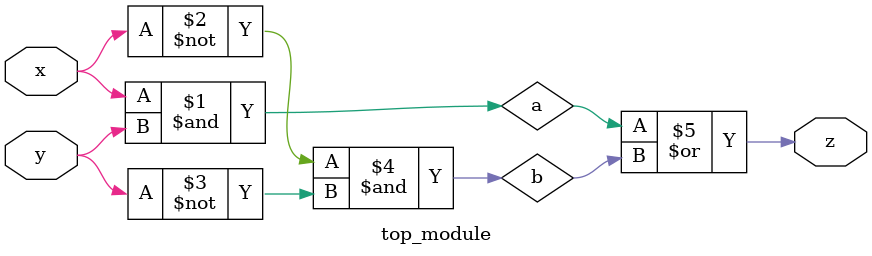
<source format=sv>
module top_module(
    input x,
    input y,
    output z
);

    wire a;
    wire b;

    assign a = x & y;  // AND gate to calculate a
    assign b = ~x & ~y;  // NAND gate to calculate b
    assign z = a | b;  // OR gate to calculate z

endmodule

</source>
